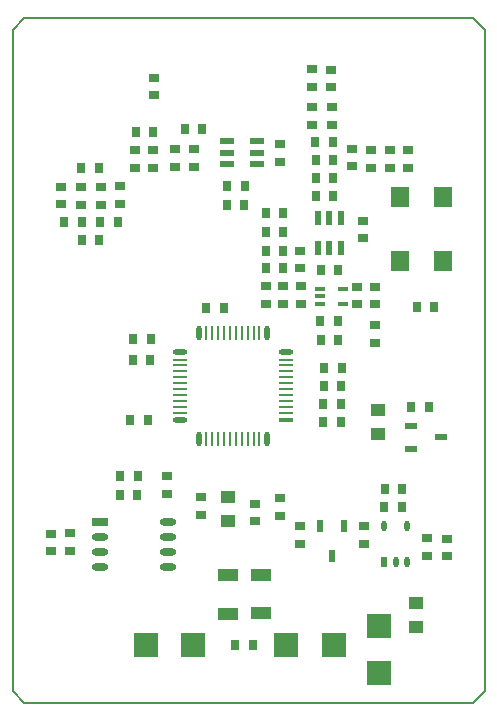
<source format=gtp>
%FSLAX25Y25*%
%MOIN*%
G70*
G01*
G75*
G04 Layer_Color=8421504*
%ADD10R,0.02756X0.03347*%
%ADD11R,0.03347X0.02756*%
%ADD12O,0.05500X0.02500*%
%ADD13R,0.05500X0.02500*%
%ADD14R,0.07874X0.07874*%
%ADD15R,0.07087X0.03937*%
%ADD16R,0.05118X0.03937*%
%ADD17R,0.07874X0.07874*%
%ADD18O,0.01969X0.03543*%
%ADD19O,0.01969X0.03543*%
%ADD20R,0.01969X0.03543*%
%ADD21O,0.04724X0.00984*%
%ADD22R,0.04724X0.01772*%
%ADD23O,0.04724X0.01772*%
%ADD24O,0.00984X0.04724*%
%ADD25O,0.01772X0.04724*%
%ADD26R,0.03937X0.02362*%
%ADD27R,0.04724X0.02362*%
%ADD28R,0.06299X0.07087*%
%ADD29R,0.03347X0.01575*%
%ADD30R,0.02362X0.04724*%
%ADD31R,0.02362X0.03937*%
%ADD32C,0.02000*%
%ADD33C,0.01200*%
%ADD34C,0.04000*%
%ADD35C,0.00800*%
%ADD36C,0.01500*%
%ADD37C,0.01000*%
%ADD38C,0.03000*%
%ADD39C,0.00500*%
%ADD40R,0.05906X0.05906*%
%ADD41C,0.05906*%
%ADD42R,0.05906X0.05906*%
%ADD43R,0.19685X0.23622*%
%ADD44C,0.02000*%
%ADD45C,0.03000*%
%ADD46C,0.00787*%
D10*
X155100Y-76600D02*
D03*
X161005D02*
D03*
X137800Y-153400D02*
D03*
X143705D02*
D03*
X137900Y-146400D02*
D03*
X143806D02*
D03*
X230726Y-169100D02*
D03*
X236631D02*
D03*
X139305Y-198500D02*
D03*
X133400D02*
D03*
X139406Y-192100D02*
D03*
X133500D02*
D03*
X171895Y-248500D02*
D03*
X177800D02*
D03*
X221700Y-202700D02*
D03*
X227606D02*
D03*
X227700Y-196700D02*
D03*
X221795D02*
D03*
X204700Y-86800D02*
D03*
X198794D02*
D03*
X204700Y-98800D02*
D03*
X198794D02*
D03*
X120800Y-113600D02*
D03*
X126706D02*
D03*
X127000Y-107600D02*
D03*
X132905D02*
D03*
X162195Y-136100D02*
D03*
X168100D02*
D03*
X201294Y-168100D02*
D03*
X207200D02*
D03*
X207300Y-162200D02*
D03*
X201395D02*
D03*
X136900Y-173400D02*
D03*
X142806D02*
D03*
X207500Y-156200D02*
D03*
X201594D02*
D03*
X207200Y-174100D02*
D03*
X201294D02*
D03*
X169095Y-102000D02*
D03*
X175000D02*
D03*
X200395Y-146900D02*
D03*
X206300D02*
D03*
X138795Y-77400D02*
D03*
X144700D02*
D03*
X114894Y-107600D02*
D03*
X120800D02*
D03*
X238305Y-135800D02*
D03*
X232400D02*
D03*
X198794Y-92800D02*
D03*
X204700D02*
D03*
X182095Y-104700D02*
D03*
X188000D02*
D03*
X198695Y-80900D02*
D03*
X204600D02*
D03*
X169295Y-95400D02*
D03*
X175200D02*
D03*
X182095Y-117100D02*
D03*
X188000D02*
D03*
X126406Y-89500D02*
D03*
X120500D02*
D03*
X182095Y-110900D02*
D03*
X188000D02*
D03*
X182095Y-123000D02*
D03*
X188000D02*
D03*
X200294Y-140500D02*
D03*
X206200D02*
D03*
X206306Y-123400D02*
D03*
X200400D02*
D03*
D11*
X178523Y-207300D02*
D03*
Y-201395D02*
D03*
X160500Y-199300D02*
D03*
Y-205205D02*
D03*
X149300Y-192300D02*
D03*
Y-198205D02*
D03*
X117000Y-211194D02*
D03*
Y-217100D02*
D03*
X110700Y-211395D02*
D03*
Y-217300D02*
D03*
X187000Y-205400D02*
D03*
Y-199495D02*
D03*
X235900Y-218900D02*
D03*
Y-212995D02*
D03*
X242400Y-213100D02*
D03*
Y-219005D02*
D03*
X193700Y-123000D02*
D03*
Y-117095D02*
D03*
X214600Y-113000D02*
D03*
Y-107095D02*
D03*
X138600Y-83495D02*
D03*
Y-89400D02*
D03*
X186800Y-87600D02*
D03*
Y-81695D02*
D03*
X144800Y-59395D02*
D03*
Y-65300D02*
D03*
X188000Y-134806D02*
D03*
Y-128900D02*
D03*
X217100Y-83595D02*
D03*
Y-89500D02*
D03*
X204000Y-62705D02*
D03*
Y-56800D02*
D03*
X204300Y-75106D02*
D03*
Y-69200D02*
D03*
X182100Y-128894D02*
D03*
Y-134800D02*
D03*
X212600Y-129095D02*
D03*
Y-135000D02*
D03*
X113800Y-101706D02*
D03*
Y-95800D02*
D03*
X223600Y-89406D02*
D03*
Y-83500D02*
D03*
X210900Y-89006D02*
D03*
Y-83100D02*
D03*
X229700Y-83495D02*
D03*
Y-89400D02*
D03*
X197500Y-75106D02*
D03*
Y-69200D02*
D03*
X197600Y-62606D02*
D03*
Y-56700D02*
D03*
X133700Y-101406D02*
D03*
Y-95500D02*
D03*
X127300Y-95894D02*
D03*
Y-101800D02*
D03*
X120600Y-95995D02*
D03*
Y-101900D02*
D03*
X218500Y-141894D02*
D03*
Y-147800D02*
D03*
Y-129095D02*
D03*
Y-135000D02*
D03*
X193900Y-128894D02*
D03*
Y-134800D02*
D03*
X144700Y-83495D02*
D03*
Y-89400D02*
D03*
X151800Y-83294D02*
D03*
Y-89200D02*
D03*
X158100Y-83294D02*
D03*
Y-89200D02*
D03*
X214900Y-214906D02*
D03*
Y-209000D02*
D03*
X193700Y-214906D02*
D03*
Y-209000D02*
D03*
D12*
X126900Y-212400D02*
D03*
X149538D02*
D03*
X126900Y-222400D02*
D03*
Y-217400D02*
D03*
X149538Y-222400D02*
D03*
Y-207400D02*
D03*
Y-217400D02*
D03*
D13*
X126900Y-207400D02*
D03*
D14*
X142300Y-248500D02*
D03*
X158048D02*
D03*
X204800D02*
D03*
X189052D02*
D03*
D15*
X169600Y-225305D02*
D03*
Y-238100D02*
D03*
X180500Y-225105D02*
D03*
Y-237900D02*
D03*
D16*
X169500Y-199226D02*
D03*
Y-207100D02*
D03*
X232200Y-242500D02*
D03*
Y-234626D02*
D03*
X219400Y-178074D02*
D03*
Y-170200D02*
D03*
D17*
X219900Y-258000D02*
D03*
Y-242252D02*
D03*
D18*
X229180Y-220800D02*
D03*
X225440D02*
D03*
X229180Y-208989D02*
D03*
D19*
X221700D02*
D03*
D20*
Y-220800D02*
D03*
D21*
X188900Y-157320D02*
D03*
X153467Y-169132D02*
D03*
X153467Y-159289D02*
D03*
Y-165194D02*
D03*
Y-167163D02*
D03*
Y-163226D02*
D03*
Y-153383D02*
D03*
X188900Y-167163D02*
D03*
Y-161258D02*
D03*
X153467Y-171100D02*
D03*
X188900D02*
D03*
X153467Y-155352D02*
D03*
Y-157320D02*
D03*
Y-161258D02*
D03*
X188900Y-169132D02*
D03*
Y-163226D02*
D03*
Y-153383D02*
D03*
Y-159289D02*
D03*
Y-165194D02*
D03*
Y-155352D02*
D03*
D22*
Y-173462D02*
D03*
D23*
X153467D02*
D03*
Y-151021D02*
D03*
X188900D02*
D03*
D24*
X162325Y-144525D02*
D03*
X180042D02*
D03*
Y-179958D02*
D03*
X178073D02*
D03*
X176105D02*
D03*
X174136D02*
D03*
X172168D02*
D03*
X168231D02*
D03*
X166262D02*
D03*
X164294D02*
D03*
X166262Y-144525D02*
D03*
X178073D02*
D03*
X162325Y-179958D02*
D03*
X170199D02*
D03*
X164294Y-144525D02*
D03*
X172168D02*
D03*
X170199D02*
D03*
X174136D02*
D03*
X168231D02*
D03*
X176105D02*
D03*
D25*
X159963D02*
D03*
X182404Y-179958D02*
D03*
X159963D02*
D03*
X182404Y-144525D02*
D03*
D26*
X230700Y-183274D02*
D03*
X240543Y-179337D02*
D03*
X230700Y-175400D02*
D03*
D27*
X179336Y-80700D02*
D03*
Y-84440D02*
D03*
Y-88180D02*
D03*
X169100D02*
D03*
Y-84440D02*
D03*
Y-80700D02*
D03*
D28*
X227027Y-120600D02*
D03*
Y-99340D02*
D03*
X241200Y-120600D02*
D03*
Y-99340D02*
D03*
D29*
X200260Y-129741D02*
D03*
Y-132300D02*
D03*
Y-134859D02*
D03*
X207740D02*
D03*
Y-129741D02*
D03*
D30*
X199600Y-106064D02*
D03*
X203340D02*
D03*
X207080D02*
D03*
Y-116300D02*
D03*
X203340D02*
D03*
X199600D02*
D03*
D31*
X208100Y-209000D02*
D03*
X204163Y-218843D02*
D03*
X200226Y-209000D02*
D03*
D39*
X251306Y-267900D02*
X255243Y-263963D01*
Y-43490D01*
X251306Y-39553D02*
X255243Y-43490D01*
X101700Y-39553D02*
X133800D01*
X133196D02*
X184000D01*
X182409D02*
X233600D01*
X231621D02*
X251306D01*
X97763Y-43490D02*
X101700Y-39553D01*
X97763Y-263963D02*
Y-43490D01*
Y-263963D02*
X101700Y-267900D01*
X251306D01*
X101700D02*
X251306D01*
X97763Y-263963D02*
X101700Y-267900D01*
X97763Y-263963D02*
Y-43490D01*
X101700Y-39553D01*
X231621D02*
X251306D01*
X182409D02*
X233600D01*
X133196D02*
X184000D01*
X101700D02*
X133800D01*
X251306D02*
X255243Y-43490D01*
Y-263963D02*
Y-43490D01*
X251306Y-267900D02*
X255243Y-263963D01*
M02*

</source>
